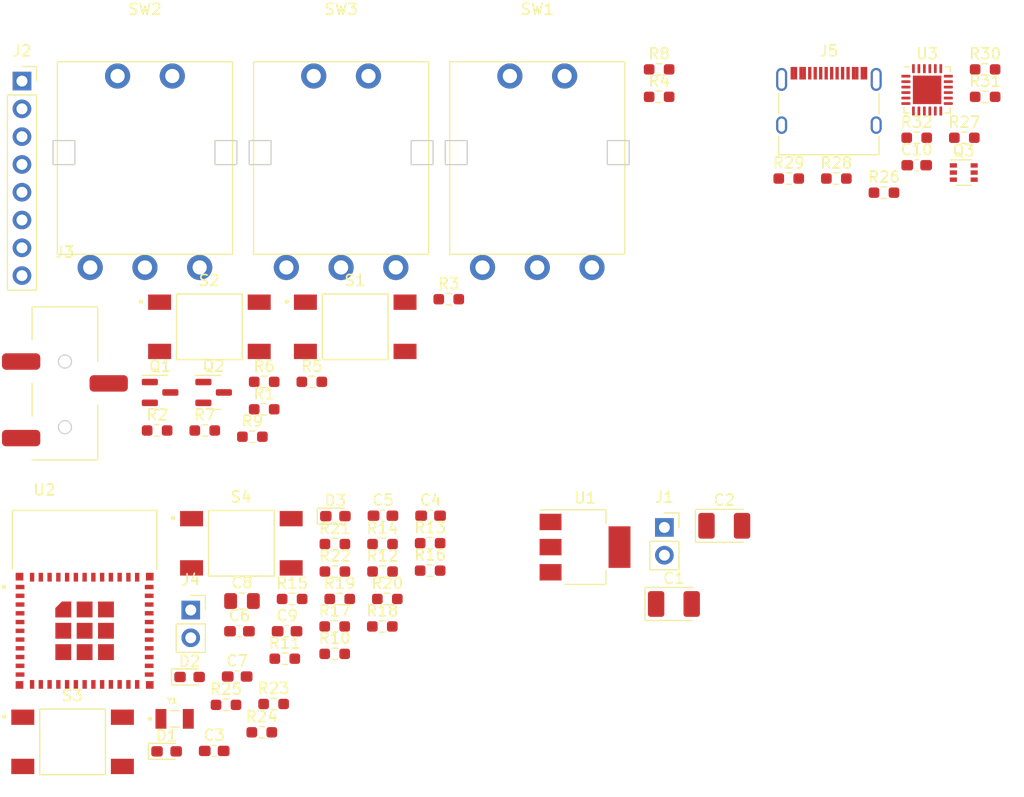
<source format=kicad_pcb>
(kicad_pcb (version 20211014) (generator pcbnew)
  (layers (0 "F.Cu" signal) (31 "B.Cu" signal) (34 "B.Paste" user) (35 "F.Paste" user) (36 "B.SilkS" user "B.Silkscreen") (37 "F.SilkS" user "F.Silkscreen") (38 "B.Mask" user) (39 "F.Mask" user) (44 "Edge.Cuts" user))
  (net 0 "")
  (net 1 "Net-(C1-Pad1)")
  (net 2 "GND")
  (net 3 "/Comms/3V3")
  (net 4 "/MCU/EN")
  (net 5 "/MCU/IO0")
  (net 6 "Net-(C7-Pad1)")
  (net 7 "Net-(C9-Pad1)")
  (net 8 "Net-(D1-Pad2)")
  (net 9 "Net-(D2-Pad2)")
  (net 10 "Net-(D3-Pad2)")
  (net 11 "/MCU/Interfaces/SDA")
  (net 12 "/MCU/Interfaces/SCL")
  (net 13 "/MCU/Interfaces/D{slash}C")
  (net 14 "/MCU/RST")
  (net 15 "/MCU/Interfaces/CS")
  (net 16 "/MCU/Interfaces/5V")
  (net 17 "Net-(J4-Pad1)")
  (net 18 "Net-(J5-PadA4)")
  (net 19 "Net-(J5-PadA5)")
  (net 20 "/Comms/DP")
  (net 21 "/Comms/DN")
  (net 23 "Net-(J5-PadB5)")
  (net 25 "/MCU/FTRIG")
  (net 26 "/MCU/Interfaces/FOCUS")
  (net 27 "/MCU/STRIG")
  (net 28 "/MCU/Interfaces/SHUTTER")
  (net 29 "/Comms/DTR")
  (net 30 "Net-(Q3-Pad2)")
  (net 31 "/Comms/RTS")
  (net 32 "Net-(Q3-Pad5)")
  (net 33 "/MCU/Interfaces/A1")
  (net 34 "/MCU/Interfaces/B1")
  (net 35 "/MCU/Interfaces/S1")
  (net 36 "/MCU/Interfaces/A2")
  (net 37 "/MCU/Interfaces/B2")
  (net 38 "/MCU/Interfaces/S2")
  (net 39 "/MCU/Interfaces/A3")
  (net 40 "/MCU/Interfaces/B3")
  (net 41 "/MCU/Interfaces/S3")
  (net 42 "Net-(R10-Pad2)")
  (net 43 "Net-(R11-Pad2)")
  (net 44 "Net-(R12-Pad2)")
  (net 45 "Net-(R14-Pad2)")
  (net 46 "Net-(R15-Pad1)")
  (net 47 "Net-(R16-Pad1)")
  (net 48 "Net-(R17-Pad1)")
  (net 49 "/MCU/SDA")
  (net 50 "/MCU/A1")
  (net 51 "/MCU/A2")
  (net 52 "/MCU/A3")
  (net 53 "/MCU/SCL")
  (net 54 "/MCU/B1")
  (net 55 "/MCU/B2")
  (net 56 "/MCU/B3")
  (net 57 "Net-(R28-Pad2)")
  (net 58 "Net-(R30-Pad2)")
  (net 59 "/MCU/S3")
  (net 60 "/MCU/S1")
  (net 61 "/MCU/S2")
  (net 64 "/Comms/RX")
  (net 65 "/Comms/TX")
  (footprint "Capacitor_SMD:C_0603_1608Metric_Pad1.08x0.95mm_HandSolder" (layer "F.Cu") (at 65.4 105.93)
    (fp_text reference "C7" (at 0 -1.43) (layer "F.SilkS"))
    (fp_text value "6p")
    (pad "1" smd roundrect (at -0.8625 0) (size 1.075 0.95) (layers "F.Cu" "F.Paste" "F.Mask") (net 6 "Net-(C7-Pad1)"))
    (pad "2" smd roundrect (at 0.8625 0) (size 1.075 0.95) (layers "F.Cu" "F.Paste" "F.Mask") (net 2 "GND"))
  )
  (footprint "Resistor_SMD:R_0603_1608Metric_Pad0.98x0.95mm_HandSolder" (layer "F.Cu") (at 74.33 93.82)
    (fp_text reference "R21" (at 0 -1.43) (layer "F.SilkS"))
    (fp_text value "10k")
    (pad "1" smd roundrect (at -0.9125 0) (size 0.975 0.95) (layers "F.Cu" "F.Paste" "F.Mask") (net 3 "/Comms/3V3"))
    (pad "2" smd roundrect (at 0.9125 0) (size 0.975 0.95) (layers "F.Cu" "F.Paste" "F.Mask") (net 52 "/MCU/A3"))
  )
  (footprint "Resistor_SMD:R_0603_1608Metric_Pad0.98x0.95mm_HandSolder" (layer "F.Cu") (at 78.68 96.33)
    (fp_text reference "R12" (at 0 -1.43) (layer "F.SilkS"))
    (fp_text value "100")
    (pad "1" smd roundrect (at -0.9125 0) (size 0.975 0.95) (layers "F.Cu" "F.Paste" "F.Mask") (net 10 "Net-(D3-Pad2)"))
    (pad "2" smd roundrect (at 0.9125 0) (size 0.975 0.95) (layers "F.Cu" "F.Paste" "F.Mask") (net 44 "Net-(R12-Pad2)"))
  )
  (footprint "footprint:SW_4-1437565-2" (layer "F.Cu") (at 62.865 73.96)
    (fp_text reference "S2" (at -0.025 -4.235) (layer "F.SilkS"))
    (fp_text value "4-1437565-2")
    (pad "1" smd rect locked (at -4.55 -2.25) (size 2.1 1.4) (layers "F.Cu" "F.Paste" "F.Mask") (net 2 "GND"))
    (pad "2" smd rect locked (at 4.55 -2.25) (size 2.1 1.4) (layers "F.Cu" "F.Paste" "F.Mask") (net 2 "GND"))
    (pad "3" smd rect locked (at -4.55 2.25) (size 2.1 1.4) (layers "F.Cu" "F.Paste" "F.Mask") (net 28 "/MCU/Interfaces/SHUTTER"))
    (pad "4" smd rect locked (at 4.55 2.25) (size 2.1 1.4) (layers "F.Cu" "F.Paste" "F.Mask") (net 28 "/MCU/Interfaces/SHUTTER"))
  )
  (footprint "footprint:SW_4-1437565-2" (layer "F.Cu") (at 65.785 93.75)
    (fp_text reference "S4" (at -0.025 -4.235) (layer "F.SilkS"))
    (fp_text value "4-1437565-2")
    (pad "1" smd rect locked (at -4.55 -2.25) (size 2.1 1.4) (layers "F.Cu" "F.Paste" "F.Mask") (net 2 "GND"))
    (pad "2" smd rect locked (at 4.55 -2.25) (size 2.1 1.4) (layers "F.Cu" "F.Paste" "F.Mask") (net 2 "GND"))
    (pad "3" smd rect locked (at -4.55 2.25) (size 2.1 1.4) (layers "F.Cu" "F.Paste" "F.Mask") (net 4 "/MCU/EN"))
    (pad "4" smd rect locked (at 4.55 2.25) (size 2.1 1.4) (layers "F.Cu" "F.Paste" "F.Mask") (net 4 "/MCU/EN"))
  )
  (footprint "Resistor_SMD:R_0603_1608Metric_Pad0.98x0.95mm_HandSolder" (layer "F.Cu") (at 62.44 83.44)
    (fp_text reference "R7" (at 0 -1.43) (layer "F.SilkS"))
    (fp_text value "10k")
    (pad "1" smd roundrect (at -0.9125 0) (size 0.975 0.95) (layers "F.Cu" "F.Paste" "F.Mask") (net 3 "/Comms/3V3"))
    (pad "2" smd roundrect (at 0.9125 0) (size 0.975 0.95) (layers "F.Cu" "F.Paste" "F.Mask") (net 39 "/MCU/Interfaces/A3"))
  )
  (footprint "Resistor_SMD:R_0603_1608Metric_Pad0.98x0.95mm_HandSolder" (layer "F.Cu") (at 133.73 52.94)
    (fp_text reference "R31" (at 0 -1.43) (layer "F.SilkS"))
    (fp_text value "10k")
    (pad "1" smd roundrect (at -0.9125 0) (size 0.975 0.95) (layers "F.Cu" "F.Paste" "F.Mask") (net 30 "Net-(Q3-Pad2)"))
    (pad "2" smd roundrect (at 0.9125 0) (size 0.975 0.95) (layers "F.Cu" "F.Paste" "F.Mask") (net 31 "/Comms/RTS"))
  )
  (footprint "Capacitor_SMD:C_0805_2012Metric_Pad1.18x1.45mm_HandSolder" (layer "F.Cu") (at 65.84 99.03)
    (fp_text reference "C8" (at 0 -1.68) (layer "F.SilkS"))
    (fp_text value "10u")
    (pad "1" smd roundrect (at -1.0375 0) (size 1.175 1.45) (layers "F.Cu" "F.Paste" "F.Mask") (roundrect_rratio 0.212766) (net 3 "/Comms/3V3"))
    (pad "2" smd roundrect (at 1.0375 0) (size 1.175 1.45) (layers "F.Cu" "F.Paste" "F.Mask") (roundrect_rratio 0.212766) (net 2 "GND"))
  )
  (footprint "Connector_USB:USB_C_Receptacle_XKB_U262-16XN-4BVC11" (layer "F.Cu") (at 119.46 54.45)
    (fp_text reference "J5" (at 0 -5.715) (layer "F.SilkS"))
    (fp_text value "USB_C_Receptacle_USB2.0")
    (pad "" np_thru_hole circle (at -2.89 -2.605) (size 0.65 0.65) (drill 0.65) (layers *.Cu *.Mask))
    (pad "" np_thru_hole circle (at 2.89 -2.605) (size 0.65 0.65) (drill 0.65) (layers *.Cu *.Mask))
    (pad "A1" smd rect (at -3.35 -3.67) (size 0.3 1.15) (layers "F.Cu" "F.Paste" "F.Mask") (net 2 "GND"))
    (pad "A4" smd rect (at -2.55 -3.67) (size 0.3 1.15) (layers "F.Cu" "F.Paste" "F.Mask") (net 18 "Net-(J5-PadA4)"))
    (pad "A5" smd rect (at -1.25 -3.67) (size 0.3 1.15) (layers "F.Cu" "F.Paste" "F.Mask") (net 19 "Net-(J5-PadA5)"))
    (pad "A6" smd rect (at -0.25 -3.67) (size 0.3 1.15) (layers "F.Cu" "F.Paste" "F.Mask") (net 20 "/Comms/DP"))
    (pad "A7" smd rect (at 0.25 -3.67) (size 0.3 1.15) (layers "F.Cu" "F.Paste" "F.Mask") (net 21 "/Comms/DN"))
    (pad "A8" smd rect (at 1.25 -3.67) (size 0.3 1.15) (layers "F.Cu" "F.Paste" "F.Mask"))
    (pad "A9" smd rect (at 2.55 -3.67) (size 0.3 1.15) (layers "F.Cu" "F.Paste" "F.Mask") (net 18 "Net-(J5-PadA4)"))
    (pad "A12" smd rect (at 3.35 -3.67) (size 0.3 1.15) (layers "F.Cu" "F.Paste" "F.Mask") (net 2 "GND"))
    (pad "B1" smd rect (at 3.05 -3.67) (size 0.3 1.15) (layers "F.Cu" "F.Paste" "F.Mask") (net 2 "GND"))
    (pad "B4" smd rect (at 2.25 -3.67) (size 0.3 1.15) (layers "F.Cu" "F.Paste" "F.Mask") (net 18 "Net-(J5-PadA4)"))
    (pad "B5" smd rect (at 1.75 -3.67) (size 0.3 1.15) (layers "F.Cu" "F.Paste" "F.Mask") (net 23 "Net-(J5-PadB5)"))
    (pad "B6" smd rect (at 0.75 -3.67) (size 0.3 1.15) (layers "F.Cu" "F.Paste" "F.Mask") (net 20 "/Comms/DP"))
    (pad "B7" smd rect (at -0.75 -3.67) (size 0.3 1.15) (layers "F.Cu" "F.Paste" "F.Mask") (net 21 "/Comms/DN"))
    (pad "B8" smd rect (at -1.75 -3.67) (size 0.3 1.15) (layers "F.Cu" "F.Paste" "F.Mask"))
    (pad "B9" smd rect (at -2.25 -3.67) (size 0.3 1.15) (layers "F.Cu" "F.Paste" "F.Mask") (net 18 "Net-(J5-PadA4)"))
    (pad "B12" smd rect (at -3.05 -3.67) (size 0.3 1.15) (layers "F.Cu" "F.Paste" "F.Mask") (net 2 "GND"))
    (pad "S1" thru_hole oval (at 4.32 1.075) (size 1 1.6) (drill oval 0.6 1.2) (layers *.Cu *.Mask) (net 2 "GND"))
    (pad "S1" thru_hole oval (at -4.32 1.075) (size 1 1.6) (drill oval 0.6 1.2) (layers *.Cu *.Mask) (net 2 "GND"))
    (pad "S1" thru_hole oval (at 4.32 -3.105) (size 1 2.1) (drill oval 0.6 1.7) (layers *.Cu *.Mask) (net 2 "GND"))
    (pad "S1" thru_hole oval (at -4.32 -3.105) (size 1 2.1) (drill oval 0.6 1.7) (layers *.Cu *.Mask) (net 2 "GND"))
  )
  (footprint "Capacitor_SMD:C_0603_1608Metric_Pad1.08x0.95mm_HandSolder" (layer "F.Cu") (at 78.72 91.23)
    (fp_text reference "C5" (at 0 -1.43) (layer "F.SilkS"))
    (fp_text value "0u1")
    (pad "1" smd roundrect (at -0.8625 0) (size 1.075 0.95) (layers "F.Cu" "F.Paste" "F.Mask") (net 4 "/MCU/EN"))
    (pad "2" smd roundrect (at 0.8625 0) (size 1.075 0.95) (layers "F.Cu" "F.Paste" "F.Mask") (net 2 "GND"))
  )
  (footprint "Capacitor_SMD:C_0603_1608Metric_Pad1.08x0.95mm_HandSolder" (layer "F.Cu") (at 65.61 101.79)
    (fp_text reference "C6" (at 0 -1.43) (layer "F.SilkS"))
    (fp_text value "0u1")
    (pad "1" smd roundrect (at -0.8625 0) (size 1.075 0.95) (layers "F.Cu" "F.Paste" "F.Mask") (net 3 "/Comms/3V3"))
    (pad "2" smd roundrect (at 0.8625 0) (size 1.075 0.95) (layers "F.Cu" "F.Paste" "F.Mask") (net 2 "GND"))
  )
  (footprint "Resistor_SMD:R_0603_1608Metric_Pad0.98x0.95mm_HandSolder" (layer "F.Cu") (at 127.48 56.68)
    (fp_text reference "R32" (at 0 -1.43) (layer "F.SilkS"))
    (fp_text value "10k")
    (pad "1" smd roundrect (at -0.9125 0) (size 0.975 0.95) (layers "F.Cu" "F.Paste" "F.Mask") (net 29 "/Comms/DTR"))
    (pad "2" smd roundrect (at 0.9125 0) (size 0.975 0.95) (layers "F.Cu" "F.Paste" "F.Mask") (net 32 "Net-(Q3-Pad5)"))
  )
  (footprint "Resistor_SMD:R_0603_1608Metric_Pad0.98x0.95mm_HandSolder" (layer "F.Cu") (at 115.79 60.41)
    (fp_text reference "R29" (at 0 -1.43) (layer "F.SilkS"))
    (fp_text value "47k5")
    (pad "1" smd roundrect (at -0.9125 0) (size 0.975 0.95) (layers "F.Cu" "F.Paste" "F.Mask") (net 57 "Net-(R28-Pad2)"))
    (pad "2" smd roundrect (at 0.9125 0) (size 0.975 0.95) (layers "F.Cu" "F.Paste" "F.Mask") (net 2 "GND"))
  )
  (footprint "Resistor_SMD:R_0603_1608Metric_Pad0.98x0.95mm_HandSolder" (layer "F.Cu") (at 83.03 96.25)
    (fp_text reference "R16" (at 0 -1.43) (layer "F.SilkS"))
    (fp_text value "0")
    (pad "1" smd roundrect (at -0.9125 0) (size 0.975 0.95) (layers "F.Cu" "F.Paste" "F.Mask") (net 47 "Net-(R16-Pad1)"))
    (pad "2" smd roundrect (at 0.9125 0) (size 0.975 0.95) (layers "F.Cu" "F.Paste" "F.Mask") (net 6 "Net-(C7-Pad1)"))
  )
  (footprint "Package_DFN_QFN:QFN-24-1EP_4x4mm_P0.5mm_EP2.6x2.6mm" (layer "F.Cu") (at 128.43 52.3)
    (fp_text reference "U3" (at 0 -3.3) (layer "F.SilkS"))
    (fp_text value "CP2102N-Axx-xQFN24")
    (pad "1" smd roundrect (at -1.9375 -1.25) (size 0.825 0.25) (layers "F.Cu" "F.Paste" "F.Mask"))
    (pad "2" smd roundrect (at -1.9375 -0.75) (size 0.825 0.25) (layers "F.Cu" "F.Paste" "F.Mask") (net 2 "GND"))
    (pad "3" smd roundrect (at -1.9375 -0.25) (size 0.825 0.25) (layers "F.Cu" "F.Paste" "F.Mask") (net 20 "/Comms/DP"))
    (pad "4" smd roundrect (at -1.9375 0.25) (size 0.825 0.25) (layers "F.Cu" "F.Paste" "F.Mask") (net 21 "/Comms/DN"))
    (pad "5" smd roundrect (at -1.9375 0.75) (size 0.825 0.25) (layers "F.Cu" "F.Paste" "F.Mask") (net 3 "/Comms/3V3"))
    (pad "6" smd roundrect (at -1.9375 1.25) (size 0.825 0.25) (layers "F.Cu" "F.Paste" "F.Mask") (net 3 "/Comms/3V3"))
    (pad "7" smd roundrect (at -1.25 1.9375) (size 0.25 0.825) (layers "F.Cu" "F.Paste" "F.Mask") (net 3 "/Comms/3V3"))
    (pad "8" smd roundrect (at -0.75 1.9375) (size 0.25 0.825) (layers "F.Cu" "F.Paste" "F.Mask") (net 57 "Net-(R28-Pad2)"))
    (pad "9" smd roundrect (at -0.25 1.9375) (size 0.25 0.825) (layers "F.Cu" "F.Paste" "F.Mask") (net 58 "Net-(R30-Pad2)"))
    (pad "10" smd roundrect (at 0.25 1.9375) (size 0.25 0.825) (layers "F.Cu" "F.Paste" "F.Mask"))
    (pad "11" smd roundrect (at 0.75 1.9375) (size 0.25 0.825) (layers "F.Cu" "F.Paste" "F.Mask"))
    (pad "12" smd roundrect (at 1.25 1.9375) (size 0.25 0.825) (layers "F.Cu" "F.Paste" "F.Mask"))
    (pad "13" smd roundrect (at 1.9375 1.25) (size 0.825 0.25) (layers "F.Cu" "F.Paste" "F.Mask"))
    (pad "14" smd roundrect (at 1.9375 0.75) (size 0.825 0.25) (layers "F.Cu" "F.Paste" "F.Mask"))
    (pad "15" smd roundrect (at 1.9375 0.25) (size 0.825 0.25) (layers "F.Cu" "F.Paste" "F.Mask"))
    (pad "16" smd roundrect (at 1.9375 -0.25) (size 0.825 0.25) (layers "F.Cu" "F.Paste" "F.Mask"))
    (pad "17" smd roundrect (at 1.9375 -0.75) (size 0.825 0.25) (layers "F.Cu" "F.Paste" "F.Mask"))
    (pad "18" smd roundrect (at 1.9375 -1.25) (size 0.825 0.25) (layers "F.Cu" "F.Paste" "F.Mask"))
    (pad "19" smd roundrect (at 1.25 -1.9375) (size 0.25 0.825) (layers "F.Cu" "F.Paste" "F.Mask") (net 31 "/Comms/RTS"))
    (pad "20" smd roundrect (at 0.75 -1.9375) (size 0.25 0.825) (layers "F.Cu" "F.Paste" "F.Mask") (net 64 "/Comms/RX"))
    (pad "21" smd roundrect (at 0.25 -1.9375) (size 0.25 0.825) (layers "F.Cu" "F.Paste" "F.Mask") (net 65 "/Comms/TX"))
    (pad "22" smd roundrect (at -0.25 -1.9375) (size 0.25 0.825) (layers "F.Cu" "F.Paste" "F.Mask"))
    (pad "23" smd roundrect (at -0.75 -1.9375) (size 0.25 0.825) (layers "F.Cu" "F.Paste" "F.Mask") (net 29 "/Comms/DTR"))
    (pad "24" smd roundrect (at -1.25 -1.9375) (size 0.25 0.825) (layers "F.Cu" "F.Paste" "F.Mask"))
    (pad "25" smd rect (at 0 0) (size 2.6 2.6) (layers "F.Cu" "F.Mask") (net 2 "GND"))
  )
  (footprint "Resistor_SMD:R_0603_1608Metric_Pad0.98x0.95mm_HandSolder" (layer "F.Cu") (at 74.31 103.86)
    (fp_text reference "R10" (at 0 -1.43) (layer "F.SilkS"))
    (fp_text value "100")
    (pad "1" smd roundrect (at -0.9125 0) (size 0.975 0.95) (layers "F.Cu" "F.Paste" "F.Mask") (net 8 "Net-(D1-Pad2)"))
    (pad "2" smd roundrect (at 0.9125 0) (size 0.975 0.95) (layers "F.Cu" "F.Paste" "F.Mask") (net 42 "Net-(R10-Pad2)"))
  )
  (footprint "footprint:MODULE_ESP32-PICO-MINI-02" (layer "F.Cu") (at 51.465 101.75)
    (fp_text reference "U2" (at -3.675 -12.885) (layer "F.SilkS"))
    (fp_text value "ESP32-PICO-MINI-02")
    (pad "1" smd rect locked (at -5.9 -4) (size 0.8 0.4) (layers "F.Cu" "F.Paste" "F.Mask") (net 2 "GND"))
    (pad "2" smd rect locked (at -5.9 -3.2) (size 0.8 0.4) (layers "F.Cu" "F.Paste" "F.Mask") (net 2 "GND"))
    (pad "3" smd rect locked (at -5.9 -2.4) (size 0.8 0.4) (layers "F.Cu" "F.Paste" "F.Mask") (net 3 "/Comms/3V3"))
    (pad "4" smd rect locked (at -5.9 -1.6) (size 0.8 0.4) (layers "F.Cu" "F.Paste" "F.Mask") (net 59 "/MCU/S3"))
    (pad "5" smd rect locked (at -5.9 -0.8) (size 0.8 0.4) (layers "F.Cu" "F.Paste" "F.Mask") (net 42 "Net-(R10-Pad2)"))
    (pad "6" smd rect locked (at -5.9 0) (size 0.8 0.4) (layers "F.Cu" "F.Paste" "F.Mask") (net 43 "Net-(R11-Pad2)"))
    (pad "7" smd rect locked (at -5.9 0.8) (size 0.8 0.4) (layers "F.Cu" "F.Paste" "F.Mask") (net 44 "Net-(R12-Pad2)"))
    (pad "8" smd rect locked (at -5.9 1.6) (size 0.8 0.4) (layers "F.Cu" "F.Paste" "F.Mask") (net 4 "/MCU/EN"))
    (pad "9" smd rect locked (at -5.9 2.4) (size 0.8 0.4) (layers "F.Cu" "F.Paste" "F.Mask") (net 60 "/MCU/S1"))
    (pad "10" smd rect locked (at -5.9 3.2) (size 0.8 0.4) (layers "F.Cu" "F.Paste" "F.Mask") (net 61 "/MCU/S2"))
    (pad "11" smd rect locked (at -5.9 4) (size 0.8 0.4) (layers "F.Cu" "F.Paste" "F.Mask") (net 2 "GND"))
    (pad "12" smd rect locked (at -4.8 4.9) (size 0.4 0.8) (layers "F.Cu" "F.Paste" "F.Mask") (net 48 "Net-(R17-Pad1)"))
    (pad "13" smd rect locked (at -4 4.9) (size 0.4 0.8) (layers "F.Cu" "F.Paste" "F.Mask") (net 47 "Net-(R16-Pad1)"))
    (pad "14" smd rect locked (at -3.2 4.9) (size 0.4 0.8) (layers "F.Cu" "F.Paste" "F.Mask") (net 2 "GND"))
    (pad "15" smd rect locked (at -2.4 4.9) (size 0.4 0.8) (layers "F.Cu" "F.Paste" "F.Mask") (net 54 "/MCU/B1"))
    (pad "16" smd rect locked (at -1.6 4.9) (size 0.4 0.8) (layers "F.Cu" "F.Paste" "F.Mask") (net 51 "/MCU/A2"))
    (pad "17" smd rect locked (at -0.8 4.9) (size 0.4 0.8) (layers "F.Cu" "F.Paste" "F.Mask") (net 55 "/MCU/B2"))
    (pad "18" smd rect locked (at 0 4.9) (size 0.4 0.8) (layers "F.Cu" "F.Paste" "F.Mask") (net 27 "/MCU/STRIG"))
    (pad "19" smd rect locked (at 0.8 4.9) (size 0.4 0.8) (layers "F.Cu" "F.Paste" "F.Mask") (net 46 "Net-(R15-Pad1)"))
    (pad "20" smd rect locked (at 1.6 4.9) (size 0.4 0.8) (layers "F.Cu" "F.Paste" "F.Mask") (net 14 "/MCU/RST"))
    (pad "21" smd rect locked (at 2.4 4.9) (size 0.4 0.8) (layers "F.Cu" "F.Paste" "F.Mask") (net 25 "/MCU/FTRIG"))
    (pad "22" smd rect locked (at 3.2 4.9) (size 0.4 0.8) (layers "F.Cu" "F.Paste" "F.Mask") (net 45 "Net-(R14-Pad2)"))
    (pad "23" smd rect locked (at 4 4.9) (size 0.4 0.8) (layers "F.Cu" "F.Paste" "F.Mask") (net 5 "/MCU/IO0"))
    (pad "24" smd rect locked (at 4.8 4.9) (size 0.4 0.8) (layers "F.Cu" "F.Paste" "F.Mask"))
    (pad "25" smd rect locked (at 5.9 4) (size 0.8 0.4) (layers "F.Cu" "F.Paste" "F.Mask"))
    (pad "26" smd rect locked (at 5.9 3.2) (size 0.8 0.4) (layers "F.Cu" "F.Paste" "F.Mask") (net 53 "/MCU/SCL"))
    (pad "27" smd rect locked (at 5.9 2.4) (size 0.8 0.4) (layers "F.Cu" "F.Paste" "F.Mask") (net 52 "/MCU/A3"))
    (pad "28" smd rect locked (at 5.9 1.6) (size 0.8 0.4) (layers "F.Cu" "F.Paste" "F.Mask") (net 56 "/MCU/B3"))
    (pad "29" smd rect locked (at 5.9 0.8) (size 0.8 0.4) (layers "F.Cu" "F.Paste" "F.Mask"))
    (pad "30" smd rect locked (at 5.9 0) (size 0.8 0.4) (layers "F.Cu" "F.Paste" "F.Mask") (net 65 "/Comms/TX"))
    (pad "31" smd rect locked (at 5.9 -0.8) (size 0.8 0.4) (layers "F.Cu" "F.Paste" "F.Mask") (net 64 "/Comms/RX"))
    (pad "32" smd rect locked (at 5.9 -1.6) (size 0.8 0.4) (layers "F.Cu" "F.Paste" "F.Mask"))
    (pad "33" smd rect locked (at 5.9 -2.4) (size 0.8 0.4) (layers "F.Cu" "F.Paste" "F.Mask") (net 49 "/MCU/SDA"))
    (pad "34" smd rect locked (at 5.9 -3.2) (size 0.8 0.4) (layers "F.Cu" "F.Paste" "F.Mask") (net 50 "/MCU/A1"))
    (pad "35" smd rect locked (at 5.9 -4) (size 0.8 0.4) (layers "F.Cu" "F.Paste" "F.Mask"))
    (pad "36" smd rect locked (at 4.8 -4.9) (size 0.4 0.8) (layers "F.Cu" "F.Paste" "F.Mask") (net 2 "GND"))
    (pad "37" smd rect locked (at 4 -4.9) (size 0.4 0.8) (layers "F.Cu" "F.Paste" "F.Mask") (net 2 "GND"))
    (pad "38" smd rect locked (at 3.2 -4.9) (size 0.4 0.8) (layers "F.Cu" "F.Paste" "F.Mask") (net 2 "GND"))
    (pad "39" smd rect locked (at 2.4 -4.9) (size 0.4 0.8) (layers "F.Cu" "F.Paste" "F.Mask") (net 2 "GND"))
    (pad "40" smd rect locked (at 1.6 -4.9) (size 0.4 0.8) (layers "F.Cu" "F.Paste" "F.Mask") (net 2 "GND"))
    (pad "41" smd rect locked (at 0.8 -4.9) (size 0.4 0.8) (layers "F.Cu" "F.Paste" "F.Mask") (net 2 "GND"))
    (pad "42" smd rect locked (at 0 -4.9) (size 0.4 0.8) (layers "F.Cu" "F.Paste" "F.Mask") (net 2 "GND"))
    (pad "43" smd rect locked (at -0.8 -4.9) (size 0.4 0.8) (layers "F.Cu" "F.Paste" "F.Mask") (net 2 "GND"))
    (pad "44" smd rect locked (at -1.6 -4.9) (size 0.4 0.8) (layers "F.Cu" "F.Paste" "F.Mask") (net 2 "GND"))
    (pad "45" smd rect locked (at -2.4 -4.9) (size 0.4 0.8) (layers "F.Cu" "F.Paste" "F.Mask") (net 2 "GND"))
    (pad "46" smd rect locked (at -3.2 -4.9) (size 0.4 0.8) (layers "F.Cu" "F.Paste" "F.Mask") (net 2 "GND"))
    (pad "47" smd rect locked (at -4 -4.9) (size 0.4 0.8) (layers "F.Cu" "F.Paste" "F.Mask") (net 2 "GND"))
    (pad "48" smd rect locked (at -4.8 -4.9) (size 0.4 0.8) (layers "F.Cu" "F.Paste" "F.Mask") (net 2 "GND"))
    (pad "49" smd rect locked (at 0 0) (size 1.45 1.45) (layers "F.Cu" "F.Paste" "F.Mask") (net 2 "GND"))
    (pad "50" smd rect locked (at 5.95 -4.95) (size 0.7 0.7) (layers "F.Cu" "F.Paste" "F.Mask") (net 2 "GND"))
    (pad "51" smd rect locked (at 5.95 4.95) (size 0.7 0.7) (layers "F.Cu" "F.Paste" "F.Mask") (net 2 "GND"))
    (pad "52" smd rect locked (at -5.95 4.95) (size 0.7 0.7) (layers "F.Cu" "F.Paste" "F.Mask") (net 2 "GND"))
    (pad "53" smd rect locked (at -5.95 -4.95) (size 0.7 0.7) (layers "F.Cu" "F.Paste" "F.Mask") (net 2 "GND"))
    (pad "54" smd rect locked (at -1.95 0) (size 1.45 1.45) (layers "F.Cu" "F.Paste" "F.Mask") (net 2 "GND"))
    (pad "55" smd rect locked (at -1.95 1.95) (size 1.45 1.45) (layers "F.Cu" "F.Paste" "F.Mask") (net 2 "GND"))
    (pad "56" smd rect locked (at 0 1.95) (size 1.45 1.45) (layers "F.Cu" "F.Paste" "F.Mask") (net 2 "GND"))
    (pad "57" smd rect locked (at 1.95 1.95) (size 1.45 1.45) (layers "F.Cu" "F.Paste" "F.Mask") (net 2 "GND"))
    (pad "58" smd rect locked (at 1.95 0) (size 1.45 1.45) (layers "F.Cu" "F.Paste" "F.Mask") (net 2 "GND"))
    (pad "59" smd rect locked (at 1.95 -1.95) (size 1.45 1.45) (layers "F.Cu" "F.Paste" "F.Mask") (net 2 "GND"))
    (pad "60" smd rect locked (at 0 -1.95) (size 1.45 1.45) (layers "F.Cu" "F.Paste" "F.Mask") (net 2 "GND"))
    (pad "61" smd custom locked (at -1.95 -1.95) (size 0.5 0.5) (layers "F.Cu") (net 2 "GND") (options (clearance outline) (anchor rect)) (primitives (gr_poly (pts (xy 0.725 0.725) (xy 0.725 -0.725) (xy -0.125 -0.725) (xy -0.725 -0.125) (xy -0.725 0.725)) (width 0.01) (fill yes))))
  )
  (footprint "Resistor_SMD:R_0603_1608Metric_Pad0.98x0.95mm_HandSolder" (layer "F.Cu") (at 72.22 78.99)
    (fp_text reference "R5" (at 0 -1.43) (layer "F.SilkS"))
    (fp_text value "10k")
    (pad "1" smd roundrect (at -0.9125 0) (size 0.975 0.95) (layers "F.Cu" "F.Paste" "F.Mask") (net 37 "/MCU/Interfaces/B2"))
    (pad "2" smd roundrect (at 0.9125 0) (size 0.975 0.95) (layers "F.Cu" "F.Paste" "F.Mask") (net 3 "/Comms/3V3"))
  )
  (footprint "Resistor_SMD:R_0603_1608Metric_Pad0.98x0.95mm_HandSolder" (layer "F.Cu") (at 79.12 98.84)
    (fp_text reference "R20" (at 0 -1.43) (layer "F.SilkS"))
    (fp_text value "10k")
    (pad "1" smd roundrect (at -0.9125 0) (size 0.975 0.95) (layers "F.Cu" "F.Paste" "F.Mask") (net 3 "/Comms/3V3"))
    (pad "2" smd roundrect (at 0.9125 0) (size 0.975 0.95) (layers "F.Cu" "F.Paste" "F.Mask") (net 51 "/MCU/A2"))
  )
  (footprint "footprint:XTAL_NX3215SA-32.768K-STD-MUA-14" (layer "F.Cu") (at 59.685 109.8)
    (fp_text reference "Y1" (at -0.223493 -1.655302) (layer "F.SilkS") (effects (font (size 0.48079 0.48079))))
    (fp_text value "NX3215SA-32.768K-STD-MUA-14")
    (pad "1" smd rect locked (at -1.25 0 180) (size 1 1.8) (layers "F.Cu" "F.Paste" "F.Mask") (net 7 "Net-(C9-Pad1)"))
    (pad "2" smd rect locked (at 1.25 0 180) (size 1 1.8) (layers "F.Cu" "F.Paste" "F.Mask") (net 6 "Net-(C7-Pad1)"))
  )
  (footprint "LED_SMD:LED_0603_1608Metric_Pad1.05x0.95mm_HandSolder" (layer "F.Cu") (at 61.055 105.97)
    (fp_text reference "D2" (at 0 -1.43) (layer "F.SilkS"))
    (fp_text value "LED_Small")
    (pad "1" smd roundrect (at -0.875 0) (size 1.05 0.95) (layers "F.Cu" "F.Paste" "F.Mask") (net 2 "GND"))
    (pad "2" smd roundrect (at 0.875 0) (size 1.05 0.95) (layers "F.Cu" "F.Paste" "F.Mask") (net 9 "Net-(D2-Pad2)"))
  )
  (footprint "Resistor_SMD:R_0603_1608Metric_Pad0.98x0.95mm_HandSolder" (layer "F.Cu") (at 78.66 101.35)
    (fp_text reference "R18" (at 0 -1.43) (layer "F.SilkS"))
    (fp_text value "4.6k")
    (pad "1" smd roundrect (at -0.9125 0) (size 0.975 0.95) (layers "F.Cu" "F.Paste" "F.Mask") (net 3 "/Comms/3V3"))
    (pad "2" smd roundrect (at 0.9125 0) (size 0.975 0.95) (layers "F.Cu" "F.Paste" "F.Mask") (net 49 "/MCU/SDA"))
  )
  (footprint "Resistor_SMD:R_0603_1608Metric_Pad0.98x0.95mm_HandSolder" (layer "F.Cu") (at 70.42 98.84)
    (fp_text reference "R15" (at 0 -1.43) (layer "F.SilkS"))
    (fp_text value "50")
    (pad "1" smd roundrect (at -0.9125 0) (size 0.975 0.95) (layers "F.Cu" "F.Paste" "F.Mask") (net 46 "Net-(R15-Pad1)"))
    (pad "2" smd roundrect (at 0.9125 0) (size 0.975 0.95) (layers "F.Cu" "F.Paste" "F.Mask") (net 2 "GND"))
  )
  (footprint "LED_SMD:LED_0603_1608Metric_Pad1.05x0.95mm_HandSolder" (layer "F.Cu") (at 74.375 91.27)
    (fp_text reference "D3" (at 0 -1.43) (layer "F.SilkS"))
    (fp_text value "LED_Small")
    (pad "1" smd roundrect (at -0.875 0) (size 1.05 0.95) (layers "F.Cu" "F.Paste" "F.Mask") (net 2 "GND"))
    (pad "2" smd roundrect (at 0.875 0) (size 1.05 0.95) (layers "F.Cu" "F.Paste" "F.Mask") (net 10 "Net-(D3-Pad2)"))
  )
  (footprint "Resistor_SMD:R_0603_1608Metric_Pad0.98x0.95mm_HandSolder" (layer "F.Cu") (at 64.38 108.52)
    (fp_text reference "R25" (at 0 -1.43) (layer "F.SilkS"))
    (fp_text value "10k")
    (pad "1" smd roundrect (at -0.9125 0) (size 0.975 0.95) (layers "F.Cu" "F.Paste" "F.Mask") (net 3 "/Comms/3V3"))
    (pad "2" smd roundrect (at 0.9125 0) (size 0.975 0.95) (layers "F.Cu" "F.Paste" "F.Mask") (net 56 "/MCU/B3"))
  )
  (footprint "Package_TO_SOT_SMD:SOT-363_SC-70-6" (layer "F.Cu") (at 131.78 59.86)
    (fp_text reference "Q3" (at 0 -2) (layer "F.SilkS"))
    (fp_text value "BC847BDW1")
    (pad "1" smd rect (at -0.95 -0.65) (size 0.65 0.4) (layers "F.Cu" "F.Paste" "F.Mask") (net 29 "/Comms/DTR"))
    (pad "2" smd rect (at -0.95 0) (size 0.65 0.4) (layers "F.Cu" "F.Paste" "F.Mask") (net 30 "Net-(Q3-Pad2)"))
    (pad "3" smd rect (at -0.95 0.65) (size 0.65 0.4) (layers "F.Cu" "F.Paste" "F.Mask") (net 4 "/MCU/EN"))
    (pad "4" smd rect (at 0.95 0.65) (size 0.65 0.4) (layers "F.Cu" "F.Paste" "F.Mask") (net 31 "/Comms/RTS"))
    (pad "5" smd rect (at 0.95 0) (size 0.65 0.4) (layers "F.Cu" "F.Paste" "F.Mask") (net 32 "Net-(Q3-Pad5)"))
    (pad "6" smd rect (at 0.95 -0.65) (size 0.65 0.4) (layers "F.Cu" "F.Paste" "F.Mask") (net 5 "/MCU/IO0"))
  )
  (footprint "Capacitor_SMD:C_0603_1608Metric_Pad1.08x0.95mm_HandSolder" (layer "F.Cu") (at 63.3 112.73)
    (fp_text reference "C3" (at 0 -1.43) (layer "F.SilkS"))
    (fp_text value "0u1")
    (pad "1" smd roundrect (at -0.8625 0) (size 1.075 0.95) (layers "F.Cu" "F.Paste" "F.Mask") (net 4 "/MCU/EN"))
    (pad "2" smd roundrect (at 0.8625 0) (size 1.075 0.95) (layers "F.Cu" "F.Paste" "F.Mask") (net 2 "GND"))
  )
  (footprint "Capacitor_SMD:C_0603_1608Metric_Pad1.08x0.95mm_HandSolder" (layer "F.Cu") (at 127.48 59.19)
    (fp_text reference "C10" (at 0 -1.43) (layer "F.SilkS"))
    (fp_text value "0u1")
    (pad "1" smd roundrect (at -0.8625 0) (size 1.075 0.95) (layers "F.Cu" "F.Paste" "F.Mask") (net 3 "/Comms/3V3"))
    (pad "2" smd roundrect (at 0.8625 0) (size 1.075 0.95) (layers "F.Cu" "F.Paste" "F.Mask") (net 2 "GND"))
  )
  (footprint "Resistor_SMD:R_0603_1608Metric_Pad0.98x0.95mm_HandSolder" (layer "F.Cu") (at 120.14 60.41)
    (fp_text reference "R28" (at 0 -1.43) (layer "F.SilkS"))
    (fp_text value "22k1")
    (pad "1" smd roundrect (at -0.9125 0) (size 0.975 0.95) (layers "F.Cu" "F.Paste" "F.Mask") (net 18 "Net-(J5-PadA4)"))
    (pad "2" smd roundrect (at 0.9125 0) (size 0.975 0.95) (layers "F.Cu" "F.Paste" "F.Mask") (net 57 "Net-(R28-Pad2)"))
  )
  (footprint "Package_TO_SOT_SMD:SOT-223-3_TabPin2" (layer "F.Cu") (at 97.18 94.1)
    (fp_text reference "U1" (at 0 -4.5) (layer "F.SilkS"))
    (fp_text value "AZ1117-3.3")
    (pad "1" smd rect (at -3.15 -2.3) (size 2 1.5) (layers "F.Cu" "F.Paste" "F.Mask") (net 2 "GND"))
    (pad "2" smd rect (at 3.15 0) (size 2 3.8) (layers "F.Cu" "F.Paste" "F.Mask") (net 3 "/Comms/3V3"))
    (pad "2" smd rect (at -3.15 0) (size 2 1.5) (layers "F.Cu" "F.Paste" "F.Mask") (net 3 "/Comms/3V3"))
    (pad "3" smd rect (at -3.15 2.3) (size 2 1.5) (layers "F.Cu" "F.Paste" "F.Mask") (net 1 "Net-(C1-Pad1)"))
  )
  (footprint "Connector_PinSocket_2.54mm:PinSocket_1x08_P2.54mm_Vertical" (layer "F.Cu") (at 45.74 51.5)
    (fp_text reference "J2" (at 0 -2.77) (layer "F.SilkS"))
    (fp_text value "OLED")
    (pad "1" thru_hole rect (at 0 0) (size 1.7 1.7) (drill 1) (layers *.Cu *.Mask) (net 11 "/MCU/Interfaces/SDA"))
    (pad "2" thru_hole oval (at 0 2.54) (size 1.7 1.7) (drill 1) (layers *.Cu *.Mask) (net 12 "/MCU/Interfaces/SCL"))
    (pad "3" thru_hole oval (at 0 5.08) (size 1.7 1.7) (drill 1) (layers *.Cu *.Mask) (net 13 "/MCU/Interfaces/D{slash}C"))
    (pad "4" thru_hole oval (at 0 7.62) (size 1.7 1.7) (drill 1) (layers *.Cu *.Mask) (net 14 "/MCU/RST"))
    (pad "5" thru_hole oval (at 0 10.16) (size 1.7 1.7) (drill 1) (layers *.Cu *.Mask) (net 15 "/MCU/Interfaces/CS"))
    (pad "6" thru_hole oval (at 0 12.7) (size 1.7 1.7) (drill 1) (layers *.Cu *.Mask) (net 3 "/Comms/3V3"))
    (pad "7" thru_hole oval (at 0 15.24) (size 1.7 1.7) (drill 1) (layers *.Cu *.Mask) (net 16 "/MCU/Interfaces/5V"))
    (pad "8" thru_hole oval (at 0 17.78) (size 1.7 1.7) (drill 1) (layers *.Cu *.Mask) (net 2 "GND"))
  )
  (footprint "Capacitor_SMD:C_0603_1608Metric_Pad1.08x0.95mm_HandSolder" (layer "F.Cu") (at 83.07 91.23)
    (fp_text reference "C4" (at 0 -1.43) (layer "F.SilkS"))
    (fp_text value "0u1")
    (pad "1" smd roundrect (at -0.8625 0) (size 1.075 0.95) (layers "F.Cu" "F.Paste" "F.Mask") (net 5 "/MCU/IO0"))
    (pad "2" smd roundrect (at 0.8625 0) (size 1.075 0.95) (layers "F.Cu" "F.Paste" "F.Mask") (net 2 "GND"))
  )
  (footprint "Capacitor_SMD:C_0603_1608Metric_Pad1.08x0.95mm_HandSolder" (layer "F.Cu") (at 69.96 101.79)
    (fp_text reference "C9" (at 0 -1.43) (layer "F.SilkS"))
    (fp_text value "6p")
    (pad "1" smd roundrect (at -0.8625 0) (size 1.075 0.95) (layers "F.Cu" "F.Paste" "F.Mask") (net 7 "Net-(C9-Pad1)"))
    (pad "2" smd roundrect (at 0.8625 0) (size 1.075 0.95) (layers "F.Cu" "F.Paste" "F.Mask") (net 2 "GND"))
  )
  (footprint "Resistor_SMD:R_0603_1608Metric_Pad0.98x0.95mm_HandSolder" (layer "F.Cu") (at 124.49 61.7)
    (fp_text reference "R26" (at 0 -1.43) (layer "F.SilkS"))
    (fp_text value "5k1")
    (pad "1" smd roundrect (at -0.9125 0) (size 0.975 0.95) (layers "F.Cu" "F.Paste" "F.Mask") (net 23 "Net-(J5-PadB5)"))
    (pad "2" smd roundrect (at 0.9125 0) (size 0.975 0.95) (layers "F.Cu" "F.Paste" "F.Mask") (net 2 "GND"))
  )
  (footprint "Resistor_SMD:R_0603_1608Metric_Pad0.98x0.95mm_HandSolder" (layer "F.Cu") (at 131.83 56.68)
    (fp_text reference "R27" (at 0 -1.43) (layer "F.SilkS"))
    (fp_text value "5k1")
    (pad "1" smd roundrect (at -0.9125 0) (size 0.975 0.95) (layers "F.Cu" "F.Paste" "F.Mask") (net 19 "Net-(J5-PadA5)"))
    (pad "2" smd roundrect (at 0.9125 0) (size 0.975 0.95) (layers "F.Cu" "F.Paste" "F.Mask") (net 2 "GND"))
  )
  (footprint "Package_TO_SOT_SMD:SOT-23" (layer "F.Cu") (at 63.25 79.96)
    (fp_text reference "Q2" (at 0 -2.4) (layer "F.SilkS"))
    (fp_text value "DMN2056U")
    (pad "1" smd roundrect (at -0.9375 -0.95) (size 1.475 0.6) (layers "F.Cu" "F.Paste" "F.Mask") (net 27 "/MCU/STRIG"))
    (pad "2" smd roundrect (at -0.9375 0.95) (size 1.475 0.6) (layers "F.Cu" "F.Paste" "F.Mask") (net 2 "GND"))
    (pad "3" smd roundrect (at 0.9375 0) (size 1.475 0.6) (layers "F.Cu" "F.Paste" "F.Mask") (net 28 "/MCU/Interfaces/SHUTTER"))
  )
  (footprint "footprint:PJ-320B" (layer "F.Cu") (at 49.665 77.135)
    (fp_text reference "J3" (at 0 -10 unlocked) (layer "F.SilkS"))
    (fp_text value "AudioJack3")
    (fp_circle (center 0 6) (end 0.6 6) (layer "Edge.Cuts") (width 0.12) (fill none))
    (fp_circle (center 0 0) (end 0.6 0) (layer "Edge.Cuts") (width 0.12) (fill none))
    (pad "R" smd roundrect (at 4 2) (size 3.5 1.5) (layers "F.Cu" "F.Paste" "F.Mask") (net 26 "/MCU/Interfaces/FOCUS"))
    (pad "S" smd roundrect (at -4 7) (size 3.5 1.5) (layers "F.Cu" "F.Paste" "F.Mask") (net 2 "GND"))
    (pad "T" smd roundrect (at -4 0) (size 3.5 1.5) (layers "F.Cu" "F.Paste" "F.Mask") (net 28 "/MCU/Interfaces/SHUTTER"))
  )
  (footprint "Resistor_SMD:R_0603_1608Metric_Pad0.98x0.95mm_HandSolder" (layer "F.Cu") (at 67.87 78.99)
    (fp_text reference "R6" (at 0 -1.43) (layer "F.SilkS"))
    (fp_text value "10k")
    (pad "1" smd roundrect (at -0.9125 0) (size 0.975 0.95) (layers "F.Cu" "F.Paste" "F.Mask") (net 3 "/Comms/3V3"))
    (pad "2" smd roundrect (at 0.9125 0) (size 0.975 0.95) (layers "F.Cu" "F.Paste" "F.Mask") (net 38 "/MCU/Interfaces/S2"))
  )
  (footprint "Resistor_SMD:R_0603_1608Metric_Pad0.98x0.95mm_HandSolder" (layer "F.Cu") (at 58.09 83.44)
    (fp_text reference "R2" (at 0 -1.43) (layer "F.SilkS"))
    (fp_text value "10k")
    (pad "1" smd roundrect (at -0.9125 0) (size 0.975 0.95) (layers "F.Cu" "F.Paste" "F.Mask") (net 34 "/MCU/Interfaces/B1"))
    (pad "2" smd roundrect (at 0.9125 0) (size 0.975 0.95) (layers "F.Cu" "F.Paste" "F.Mask") (net 3 "/Comms/3V3"))
  )
  (footprint "Resistor_SMD:R_0603_1608Metric_Pad0.98x0.95mm_HandSolder" (layer "F.Cu") (at 83.03 93.74)
    (fp_text reference "R13" (at 0 -1.43) (layer "F.SilkS"))
    (fp_text value "10k")
    (pad "1" smd roundrect (at -0.9125 0) (size 0.975 0.95) (layers "F.Cu" "F.Paste" "F.Mask") (net 3 "/Comms/3V3"))
    (pad "2" smd roundrect (at 0.9125 0) (size 0.975 0.95) (layers "F.Cu" "F.Paste" "F.Mask") (net 4 "/MCU/EN"))
  )
  (footprint "Resistor_SMD:R_0603_1608Metric_Pad0.98x0.95mm_HandSolder" (layer "F.Cu") (at 66.79 84.01)
    (fp_text reference "R9" (at 0 -1.43) (layer "F.SilkS"))
    (fp_text value "10k")
    (pad "1" smd roundrect (at -0.9125 0) (size 0.975 0.95) (layers "F.Cu" "F.Paste" "F.Mask") (net 3 "/Comms/3V3"))
    (pad "2" smd roundrect (at 0.9125 0) (size 0.975 0.95) (layers "F.Cu" "F.Paste" "F.Mask") (net 41 "/MCU/Interfaces/S3"))
  )
  (footprint "Resistor_SMD:R_0603_1608Metric_Pad0.98x0.95mm_HandSolder" (layer "F.Cu") (at 84.73 71.44)
    (fp_text reference "R3" (at 0 -1.43) (layer "F.SilkS"))
    (fp_text value "10k")
    (pad "1" smd roundrect (at -0.9125 0) (size 0.975 0.95) (layers "F.Cu" "F.Paste" "F.Mask") (net 3 "/Comms/3V3"))
    (pad "2" smd roundrect (at 0.9125 0) (size 0.975 0.95) (layers "F.Cu" "F.Paste" "F.Mask") (net 35 "/MCU/Interfaces/S1"))
  )
  (footprint "Resistor_SMD:R_0603_1608Metric_Pad0.98x0.95mm_HandSolder" (layer "F.Cu") (at 74.31 101.35)
    (fp_text reference "R17" (at 0 -1.43) (layer "F.SilkS"))
    (fp_text value "0")
    (pad "1" smd roundrect (at -0.9125 0) (size 0.975 0.95) (layers "F.Cu" "F.Paste" "F.Mask") (net 48 "Net-(R17-Pad1)"))
    (pad "2" smd roundrect (at 0.9125 0) (size 0.975 0.95) (layers "F.Cu" "F.Paste" "F.Mask") (net 7 "Net-(C9-Pad1)"))
  )
  (footprint "Connector_PinSocket_2.54mm:PinSocket_1x02_P2.54mm_Vertical" (layer "F.Cu") (at 104.43 92.3)
    (fp_text reference "J1" (at 0 -2.77) (layer "F.SilkS"))
    (fp_text value "Conn_01x02_Male")
    (pad "1" thru_hole rect (at 0 0) (size 1.7 1.7) (drill 1) (layers *.Cu *.Mask) (net 1 "Net-(C1-Pad1)"))
    (pad "2" thru_hole oval (at 0 2.54) (size 1.7 1.7) (drill 1) (layers *.Cu *.Mask) (net 2 "GND"))
  )
  (footprint "Resistor_SMD:R_0603_1608Metric_Pad0.98x0.95mm_HandSolder" (layer "F.Cu") (at 78.68 93.82)
    (fp_text reference "R14" (at 0 -1.43) (layer "F.SilkS"))
    (fp_text value "100")
    (pad "1" smd roundrect (at -0.9125 0) (size 0.975 0.95) (layers "F.Cu" "F.Paste" "F.Mask") (net 17 "Net-(J4-Pad1)"))
    (pad "2" smd roundrect (at 0.9125 0) (size 0.975 0.95) (layers "F.Cu" "F.Paste" "F.Mask") (net 45 "Net-(R14-Pad2)"))
  )
  (footprint "Resistor_SMD:R_0603_1608Metric_Pad0.98x0.95mm_HandSolder" (layer "F.Cu") (at 67.65 111.03)
    (fp_text reference "R24" (at 0 -1.43) (layer "F.SilkS"))
    (fp_text value "10k")
    (pad "1" smd roundrect (at -0.9125 0) (size 0.975 0.95) (layers "F.Cu" "F.Paste" "F.Mask") (net 3 "/Comms/3V3"))
    (pad "2" smd roundrect (at 0.9125 0) (size 0.975 0.95) (layers "F.Cu" "F.Paste" "F.Mask") (net 55 "/MCU/B2"))
  )
  (footprint "footprint:SW_4-1437565-2" (layer "F.Cu") (at 76.185 73.96)
    (fp_text reference "S1" (at -0.025 -4.235) (layer "F.SilkS"))
    (fp_text value "4-1437565-2")
    (pad "1" smd rect locked (at -4.55 -2.25) (size 2.1 1.4) (layers "F.Cu" "F.Paste" "F.Mask") (net 2 "GND"))
    (pad "2" smd rect locked (at 4.55 -2.25) (size 2.1 1.4) (layers "F.Cu" "F.Paste" "F.Mask") (net 2 "GND"))
    (pad "3" smd rect locked (at -4.55 2.25) (size 2.1 1.4) (layers "F.Cu" "F.Paste" "F.Mask") (net 26 "/MCU/Interfaces/FOCUS"))
    (pad "4" smd rect locked (at 4.55 2.25) (size 2.1 1.4) (layers "F.Cu" "F.Paste" "F.Mask") (net 26 "/MCU/Interfaces/FOCUS"))
  )
  (footprint "Capacitor_Tantalum_SMD:CP_EIA-3528-21_Kemet-B_Pad1.50x2.35mm_HandSolder" (layer "F.Cu") (at 105.3 99.3)
    (fp_text reference "C1" (at 0 -2.35) (layer "F.SilkS"))
    (fp_text value "10u")
    (pad "1" smd roundrect (at -1.625 0) (size 1.5 2.35) (layers "F.Cu" "F.Paste" "F.Mask") (roundrect_rratio 0.166667) (net 1 "Net-(C1-Pad1)"))
    (pad "2" smd roundrect (at 1.625 0) (size 1.5 2.35) (layers "F.Cu" "F.Paste" "F.Mask") (roundrect_rratio 0.166667) (net 2 "GND"))
  )
  (footprint "Package_TO_SOT_SMD:SOT-23" (layer "F.Cu") (at 58.36 79.96)
    (fp_text reference "Q1" (at 0 -2.4) (layer "F.SilkS"))
    (fp_text value "DMN2056U")
    (pad "1" smd roundrect (at -0.9375 -0.95) (size 1.475 0.6) (layers "F.Cu" "F.Paste" "F.Mask") (net 25 "/MCU/FTRIG"))
    (pad "2" smd roundrect (at -0.9375 0.95) (size 1.475 0.6) (layers "F.Cu" "F.Paste" "F.Mask") (net 2 "GND"))
    (pad "3" smd roundrect (at 0.9375 0) (size 1.475 0.6) (layers "F.Cu" "F.Paste" "F.Mask") (net 26 "/MCU/Interfaces/FOCUS"))
  )
  (footprint "Resistor_SMD:R_0603_1608Metric_Pad0.98x0.95mm_HandSolder" (layer "F.Cu") (at 133.73 50.43)
    (fp_text reference "R30" (at 0 -1.43) (layer "F.SilkS"))
    (fp_text value "10k")
    (pad "1" smd roundrect (at -0.9125 0) (size 0.975 0.95) (layers "F.Cu" "F.Paste" "F.Mask") (net 3 "/Comms/3V3"))
    (pad "2" smd roundrect (at 0.9125 0) (size 0.975 0.95) (layers "F.Cu" "F.Paste" "F.Mask") (net 58 "Net-(R30-Pad2)"))
  )
  (footprint "Resistor_SMD:R_0603_1608Metric_Pad0.98x0.95mm_HandSolder" (layer "F.Cu") (at 69.75 104.3)
    (fp_text reference "R11" (at 0 -1.43) (layer "F.SilkS"))
    (fp_text value "100")
    (pad "1" smd roundrect (at -0.9125 0) (size 0.975 0.95) (layers "F.Cu" "F.Paste" "F.Mask") (net 9 "Net-(D2-Pad2)"))
    (pad "2" smd roundrect (at 0.9125 0) (size 0.975 0.95) (layers "F.Cu" "F.Paste" "F.Mask") (net 43 "Net-(R11-Pad2)"))
  )
  (footprint "Resistor_SMD:R_0603_1608Metric_Pad0.98x0.95mm_HandSolder" (layer "F.Cu") (at 74.77 98.84)
    (fp_text reference "R19" (at 0 -1.43) (layer "F.SilkS"))
    (fp_text value "10k")
    (pad "1" smd roundrect (at -0.9125 0) (size 0.975 0.95) (layers "F.Cu" "F.Paste" "F.Mask") (net 3 "/Comms/3V3"))
    (pad "2" smd roundrect (at 0.9125 0) (size 0.975 0.95) (layers "F.Cu" "F.Paste" "F.Mask") (net 50 "/MCU/A1"))
  )
  (footprint "LED_SMD:LED_0603_1608Metric_Pad1.05x0.95mm_HandSolder" (layer "F.Cu") (at 58.955 112.77)
    (fp_text reference "D1" (at 0 -1.43) (layer "F.SilkS"))
    (fp_text value "LED_Small")
    (pad "1" smd roundrect (at -0.875 0) (size 1.05 0.95) (layers "F.Cu" "F.Paste" "F.Mask") (net 2 "GND"))
    (pad "2" smd roundrect (at 0.875 0) (size 1.05 0.95) (layers "F.Cu" "F.Paste" "F.Mask") (net 8 "Net-(D1-Pad2)"))
  )
  (footprint "footprint:PEC16" (layer "F.Cu") (at 92.815 58.035)
    (fp_text reference "SW1" (at 0 -13.1 unlocked) (layer "F.SilkS"))
    (fp_text value "RotaryEncoder_Switch")
    (fp_rect (start 6.4 -1.1) (end 8.4 1.1) (layer "Edge.Cuts") (width 0.12) (fill none))
    (fp_rect (start -8.4 -1.1) (end -6.4 1.1) (layer "Edge.Cuts") (width 0.12) (fill none))
    (pad "A" thru_hole circle (at -5 10.5) (size 2.3 2.3) (drill 1.3) (layers *.Cu *.Mask) (net 33 "/MCU/Interfaces/A1"))
    (pad "B" thru_hole circle (at 0 10.5) (size 2.3 2.3) (drill 1.3) (layers *.Cu *.Mask) (net 34 "/MCU/Interfaces/B1"))
    (pad "C" thru_hole circle (at 5 10.5) (size 2.3 2.3) (drill 1.3) (layers *.Cu *.Mask) (net 2 "GND"))
    (pad "S1" thru_hole circle (at -2.5 -7) (size 2.3 2.3) (drill 1.3) (layers *.Cu *.Mask) (net 35 "/MCU/Interfaces/S1"))
    (pad "S2" thru_hole circle (at 2.5 -7) (size 2.3 2.3) (drill 1.3) (layers *.Cu *.Mask) (net 2 "GND"))
  )
  (footprint "footprint:PEC16" (layer "F.Cu") (at 74.895 58.035)
    (fp_text reference "SW3" (at 0 -13.1 unlocked) (layer "F.SilkS"))
    (fp_text value "RotaryEncoder_Switch")
    (fp_rect (start -8.4 -1.1) (end -6.4 1.1) (layer "Edge.Cuts") (width 0.12) (fill none))
    (fp_rect (start 6.4 -1.1) (end 8.4 1.1) (layer "Edge.Cuts") (width 0.12) (fill none))
    (pad "A" thru_hole circle (at -5 10.5) (size 2.3 2.3) (drill 1.3) (layers *.Cu *.Mask) (net 39 "/MCU/Interfaces/A3"))
    (pad "B" thru_hole circle (at 0 10.5) (size 2.3 2.3) (drill 1.3) (layers *.Cu *.Mask) (net 40 "/MCU/Interfaces/B3"))
    (pad "C" thru_hole circle (at 5 10.5) (size 2.3 2.3) (drill 1.3) (layers *.Cu *.Mask) (net 2 "GND"))
    (pad "S1" thru_hole circle (at -2.5 -7) (size 2.3 2.3) (drill 1.3) (layers *.Cu *.Mask) (net 41 "/MCU/Interfaces/S3"))
    (pad "S2" thru_hole circle (at 2.5 -7) (size 2.3 2.3) (drill 1.3) (layers *.Cu *.Mask) (net 2 "GND"))
  )
  (footprint "footprint:PEC16" (layer "F.Cu") (at 56.975 58.035)
    (fp_text reference "SW2" (at 0 -13.1 unlocked) (layer "F.SilkS"))
    (fp_text value "RotaryEncoder_Switch")
    (fp_rect (start -8.4 -1.1) (end -6.4 1.1) (layer "Edge.Cuts") (width 0.12) (fill none))
    (fp_rect (start 6.4 -1.1) (end 8.4 1.1) (layer "Edge.Cuts") (width 0.12) (fill none))
    (pad "A" thru_hole circle (at -5 10.5) (size 2.3 2.3) (drill 1.3) (layers *.Cu *.Mask) (net 36 "/MCU/Interfaces/A2"))
    (pad "B" thru_hole circle (at 0 10.5) (size 2.3 2.3) (drill 1.3) (layers *.Cu *.Mask) (net 37 "/MCU/Interfaces/B2"))
    (pad "C" thru_hole circle (at 5 10.5) (size 2.3 2.3) (drill 1.3) (layers *.Cu *.Mask) (net 2 "GND"))
    (pad "S1" thru_hole circle (at -2.5 -7) (size 2.3 2.3) (drill 1.3) (layers *.Cu *.Mask) (net 38 "/MCU/Interfaces/S2"))
    (pad "S2" thru_hole circle (at 2.5 -7) (size 2.3 2.3) (drill 1.3) (layers *.Cu *.Mask) (net 2 "GND"))
  )
  (footprint "Resistor_SMD:R_0603_1608Metric_Pad0.98x0.95mm_HandSolder" (layer "F.Cu") (at 67.87 81.5)
    (fp_text reference "R1" (at 0 -1.43) (layer "F.SilkS"))
    (fp_text value "10k")
    (pad "1" smd roundrect (at -0.9125 0) (size 0.975 0.95) (layers "F.Cu" "F.Paste" "F.Mask") (net 3 "/Comms/3V3"))
    (pad "2" smd roundrect (at 0.9125 0) (size 0.975 0.95) (layers "F.Cu" "F.Paste" "F.Mask") (net 33 "/MCU/Interfaces/A1"))
  )
  (footprint "Resistor_SMD:R_0603_1608Metric_Pad0.98x0.95mm_HandSolder" (layer "F.Cu") (at 103.95 52.94)
    (fp_text reference "R4" (at 0 -1.43) (layer "F.SilkS"))
    (fp_text value "10k")
    (pad "1" smd roundrect (at -0.9125 0) (size 0.975 0.95) (layers "F.Cu" "F.Paste" "F.Mask") (net 3 "/Comms/3V3"))
    (pad "2" smd roundrect (at 0.9125 0) (size 0.975 0.95) (layers "F.Cu" "F.Paste" "F.Mask") (net 36 "/MCU/Interfaces/A2"))
  )
  (footprint "Connector_PinSocket_2.54mm:PinSocket_1x02_P2.54mm_Vertical" (layer "F.Cu") (at 61.16 99.85)
    (fp_text reference "J4" (at 0 -2.77) (layer "F.SilkS"))
    (fp_text value "Buzzer")
    (pad "1" thru_hole rect (at 0 0) (size 1.7 1.7) (drill 1) (layers *.Cu *.Mask) (net 17 "Net-(J4-Pad1)"))
    (pad "2" thru_hole oval (at 0 2.54) (size 1.7 1.7) (drill 1) (layers *.Cu *.Mask) (net 2 "GND"))
  )
  (footprint "Resistor_SMD:R_0603_1608Metric_Pad0.98x0.95mm_HandSolder" (layer "F.Cu") (at 74.33 96.33)
    (fp_text reference "R22" (at 0 -1.43) (layer "F.SilkS"))
    (fp_text value "4.6k")
    (pad "1" smd roundrect (at -0.9125 0) (size 0.975 0.95) (layers "F.Cu" "F.Paste" "F.Mask") (net 3 "/Comms/3V3"))
    (pad "2" smd roundrect (at 0.9125 0) (size 0.975 0.95) (layers "F.Cu" "F.Paste" "F.Mask") (net 53 "/MCU/SCL"))
  )
  (footprint "Resistor_SMD:R_0603_1608Metric_Pad0.98x0.95mm_HandSolder" (layer "F.Cu") (at 103.95 50.43)
    (fp_text reference "R8" (at 0 -1.43) (layer "F.SilkS"))
    (fp_text value "10k")
    (pad "1" smd roundrect (at -0.9125 0) (size 0.975 0.95) (layers "F.Cu" "F.Paste" "F.Mask") (net 40 "/MCU/Interfaces/B3"))
    (pad "2" smd roundrect (at 0.9125 0) (size 0.975 0.95) (layers "F.Cu" "F.Paste" "F.Mask") (net 3 "/Comms/3V3"))
  )
  (footprint "Resistor_SMD:R_0603_1608Metric_Pad0.98x0.95mm_HandSolder" (layer "F.Cu") (at 68.73 108.44)
    (fp_text reference "R23" (at 0 -1.43) (layer "F.SilkS"))
    (fp_text value "10k")
    (pad "1" smd roundrect (at -0.9125 0) (size 0.975 0.95) (layers "F.Cu" "F.Paste" "F.Mask") (net 3 "/Comms/3V3"))
    (pad "2" smd roundrect (at 0.9125 0) (size 0.975 0.95) (layers "F.Cu" "F.Paste" "F.Mask") (net 54 "/MCU/B1"))
  )
  (footprint "Capacitor_Tantalum_SMD:CP_EIA-3528-21_Kemet-B_Pad1.50x2.35mm_HandSolder" (layer "F.Cu") (at 109.9 92.15)
    (fp_text reference "C2" (at 0 -2.35) (layer "F.SilkS"))
    (fp_text value "22u")
    (pad "1" smd roundrect (at -1.625 0) (size 1.5 2.35) (layers "F.Cu" "F.Paste" "F.Mask") (roundrect_rratio 0.166667) (net 3 "/Comms/3V3"))
    (pad "2" smd roundrect (at 1.625 0) (size 1.5 2.35) (layers "F.Cu" "F.Paste" "F.Mask") (roundrect_rratio 0.166667) (net 2 "GND"))
  )
  (footprint "footprint:SW_4-1437565-2" (layer "F.Cu") (at 50.365 111.9)
    (fp_text reference "S3" (at -0.025 -4.235) (layer "F.SilkS"))
    (fp_text value "4-1437565-2")
    (pad "1" smd rect locked (at -4.55 -2.25) (size 2.1 1.4) (layers "F.Cu" "F.Paste" "F.Mask") (net 2 "GND"))
    (pad "2" smd rect locked (at 4.55 -2.25) (size 2.1 1.4) (layers "F.Cu" "F.Paste" "F.Mask") (net 2 "GND"))
    (pad "3" smd rect locked (at -4.55 2.25) (size 2.1 1.4) (layers "F.Cu" "F.Paste" "F.Mask") (net 5 "/MCU/IO0"))
    (pad "4" smd rect locked (at 4.55 2.25) (size 2.1 1.4) (layers "F.Cu" "F.Paste" "F.Mask") (net 5 "/MCU/IO0"))
  )
)
</source>
